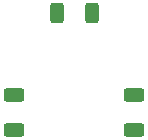
<source format=gbr>
%TF.GenerationSoftware,KiCad,Pcbnew,8.0.2-1*%
%TF.CreationDate,2025-03-04T20:19:02+09:00*%
%TF.ProjectId,test,74657374-2e6b-4696-9361-645f70636258,rev?*%
%TF.SameCoordinates,Original*%
%TF.FileFunction,Paste,Top*%
%TF.FilePolarity,Positive*%
%FSLAX46Y46*%
G04 Gerber Fmt 4.6, Leading zero omitted, Abs format (unit mm)*
G04 Created by KiCad (PCBNEW 8.0.2-1) date 2025-03-04 20:19:02*
%MOMM*%
%LPD*%
G01*
G04 APERTURE LIST*
G04 Aperture macros list*
%AMRoundRect*
0 Rectangle with rounded corners*
0 $1 Rounding radius*
0 $2 $3 $4 $5 $6 $7 $8 $9 X,Y pos of 4 corners*
0 Add a 4 corners polygon primitive as box body*
4,1,4,$2,$3,$4,$5,$6,$7,$8,$9,$2,$3,0*
0 Add four circle primitives for the rounded corners*
1,1,$1+$1,$2,$3*
1,1,$1+$1,$4,$5*
1,1,$1+$1,$6,$7*
1,1,$1+$1,$8,$9*
0 Add four rect primitives between the rounded corners*
20,1,$1+$1,$2,$3,$4,$5,0*
20,1,$1+$1,$4,$5,$6,$7,0*
20,1,$1+$1,$6,$7,$8,$9,0*
20,1,$1+$1,$8,$9,$2,$3,0*%
G04 Aperture macros list end*
%ADD10RoundRect,0.250000X-0.312500X-0.625000X0.312500X-0.625000X0.312500X0.625000X-0.312500X0.625000X0*%
%ADD11RoundRect,0.250000X-0.625000X0.312500X-0.625000X-0.312500X0.625000X-0.312500X0.625000X0.312500X0*%
G04 APERTURE END LIST*
D10*
%TO.C,R8*%
X143188500Y-105370000D03*
X146113500Y-105370000D03*
%TD*%
D11*
%TO.C,R7*%
X149669500Y-112351000D03*
X149669500Y-115276000D03*
%TD*%
%TO.C,R6*%
X139509500Y-115276000D03*
X139509500Y-112351000D03*
%TD*%
M02*

</source>
